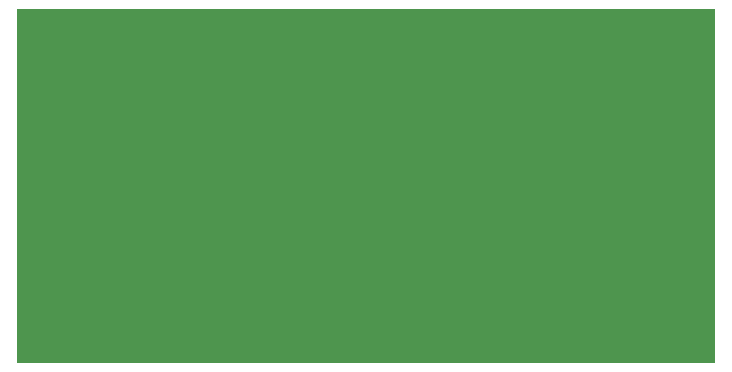
<source format=gbr>
G04 FreePCB version 1.355*
G04 C:\FcPoly-Ttest\board_outline.grb*
G04 board outline layer *
G04 Scale: 100 percent, Rotated: No, Reflected: No *
G04 Converted by FpcPoly Version 1.13R on Wed May 15 18:47:10 2019 *

%FSLAX24Y24*%
%MOIN*%
G90*

%LPD*%

G04 Begin outline 1 *

G36*
X0Y11800D02*
X23250Y11800D01*
G04 end of side 1*
X23250Y0D01*
G04 end of side 2*
X0Y0D01*
G04 end of side 3*
X0Y11800D01*

G37*
G04 End outline 1 *

M00*
M02*

</source>
